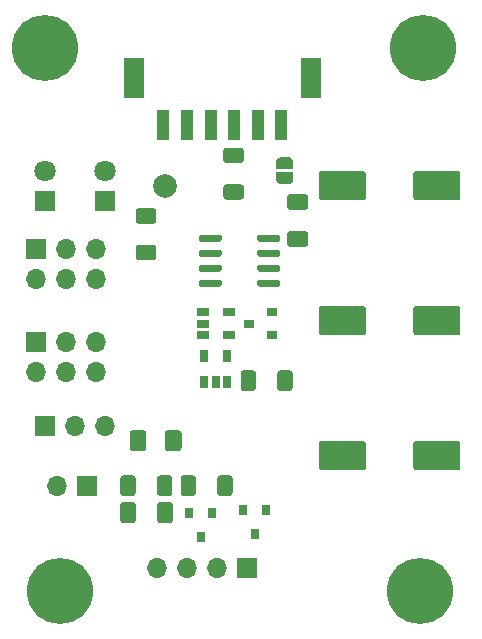
<source format=gbr>
%TF.GenerationSoftware,KiCad,Pcbnew,5.1.10*%
%TF.CreationDate,2021-10-03T11:14:29+02:00*%
%TF.ProjectId,BTS-LogicBoard,4254532d-4c6f-4676-9963-426f6172642e,rev?*%
%TF.SameCoordinates,Original*%
%TF.FileFunction,Soldermask,Top*%
%TF.FilePolarity,Negative*%
%FSLAX46Y46*%
G04 Gerber Fmt 4.6, Leading zero omitted, Abs format (unit mm)*
G04 Created by KiCad (PCBNEW 5.1.10) date 2021-10-03 11:14:29*
%MOMM*%
%LPD*%
G01*
G04 APERTURE LIST*
%ADD10O,1.700000X1.700000*%
%ADD11R,1.700000X1.700000*%
%ADD12R,0.800000X0.900000*%
%ADD13C,5.600000*%
%ADD14C,3.600000*%
%ADD15R,1.060000X0.650000*%
%ADD16R,0.650000X1.060000*%
%ADD17C,2.000000*%
%ADD18R,0.900000X0.800000*%
%ADD19C,0.100000*%
%ADD20R,1.750000X3.450000*%
%ADD21R,1.000000X2.500000*%
%ADD22C,1.800000*%
%ADD23R,1.800000X1.800000*%
G04 APERTURE END LIST*
D10*
%TO.C,SW2*%
X121158000Y-98298000D03*
X121158000Y-95758000D03*
X118618000Y-98298000D03*
X118618000Y-95758000D03*
X116078000Y-98298000D03*
D11*
X116078000Y-95758000D03*
%TD*%
D10*
%TO.C,SW1*%
X121158000Y-90424000D03*
X121158000Y-87884000D03*
X118618000Y-90424000D03*
X118618000Y-87884000D03*
X116078000Y-90424000D03*
D11*
X116078000Y-87884000D03*
%TD*%
D12*
%TO.C,Q6*%
X134620000Y-111998000D03*
X133670000Y-109998000D03*
X135570000Y-109998000D03*
%TD*%
%TO.C,C8*%
G36*
G01*
X148050000Y-83550000D02*
X148050000Y-81550000D01*
G75*
G02*
X148300000Y-81300000I250000J0D01*
G01*
X151800000Y-81300000D01*
G75*
G02*
X152050000Y-81550000I0J-250000D01*
G01*
X152050000Y-83550000D01*
G75*
G02*
X151800000Y-83800000I-250000J0D01*
G01*
X148300000Y-83800000D01*
G75*
G02*
X148050000Y-83550000I0J250000D01*
G01*
G37*
G36*
G01*
X140050000Y-83550000D02*
X140050000Y-81550000D01*
G75*
G02*
X140300000Y-81300000I250000J0D01*
G01*
X143800000Y-81300000D01*
G75*
G02*
X144050000Y-81550000I0J-250000D01*
G01*
X144050000Y-83550000D01*
G75*
G02*
X143800000Y-83800000I-250000J0D01*
G01*
X140300000Y-83800000D01*
G75*
G02*
X140050000Y-83550000I0J250000D01*
G01*
G37*
%TD*%
D13*
%TO.C,H4*%
X148590000Y-116840000D03*
D14*
X148590000Y-116840000D03*
%TD*%
D13*
%TO.C,H3*%
X118110000Y-116840000D03*
D14*
X118110000Y-116840000D03*
%TD*%
D13*
%TO.C,H2*%
X148844000Y-70866000D03*
D14*
X148844000Y-70866000D03*
%TD*%
D13*
%TO.C,H1*%
X116840000Y-70866000D03*
D14*
X116840000Y-70866000D03*
%TD*%
D15*
%TO.C,U3*%
X132418000Y-93284000D03*
X132418000Y-95184000D03*
X130218000Y-95184000D03*
X130218000Y-94234000D03*
X130218000Y-93284000D03*
%TD*%
%TO.C,U2*%
G36*
G01*
X134850000Y-87145000D02*
X134850000Y-86845000D01*
G75*
G02*
X135000000Y-86695000I150000J0D01*
G01*
X136650000Y-86695000D01*
G75*
G02*
X136800000Y-86845000I0J-150000D01*
G01*
X136800000Y-87145000D01*
G75*
G02*
X136650000Y-87295000I-150000J0D01*
G01*
X135000000Y-87295000D01*
G75*
G02*
X134850000Y-87145000I0J150000D01*
G01*
G37*
G36*
G01*
X134850000Y-88415000D02*
X134850000Y-88115000D01*
G75*
G02*
X135000000Y-87965000I150000J0D01*
G01*
X136650000Y-87965000D01*
G75*
G02*
X136800000Y-88115000I0J-150000D01*
G01*
X136800000Y-88415000D01*
G75*
G02*
X136650000Y-88565000I-150000J0D01*
G01*
X135000000Y-88565000D01*
G75*
G02*
X134850000Y-88415000I0J150000D01*
G01*
G37*
G36*
G01*
X134850000Y-89685000D02*
X134850000Y-89385000D01*
G75*
G02*
X135000000Y-89235000I150000J0D01*
G01*
X136650000Y-89235000D01*
G75*
G02*
X136800000Y-89385000I0J-150000D01*
G01*
X136800000Y-89685000D01*
G75*
G02*
X136650000Y-89835000I-150000J0D01*
G01*
X135000000Y-89835000D01*
G75*
G02*
X134850000Y-89685000I0J150000D01*
G01*
G37*
G36*
G01*
X134850000Y-90955000D02*
X134850000Y-90655000D01*
G75*
G02*
X135000000Y-90505000I150000J0D01*
G01*
X136650000Y-90505000D01*
G75*
G02*
X136800000Y-90655000I0J-150000D01*
G01*
X136800000Y-90955000D01*
G75*
G02*
X136650000Y-91105000I-150000J0D01*
G01*
X135000000Y-91105000D01*
G75*
G02*
X134850000Y-90955000I0J150000D01*
G01*
G37*
G36*
G01*
X129900000Y-90955000D02*
X129900000Y-90655000D01*
G75*
G02*
X130050000Y-90505000I150000J0D01*
G01*
X131700000Y-90505000D01*
G75*
G02*
X131850000Y-90655000I0J-150000D01*
G01*
X131850000Y-90955000D01*
G75*
G02*
X131700000Y-91105000I-150000J0D01*
G01*
X130050000Y-91105000D01*
G75*
G02*
X129900000Y-90955000I0J150000D01*
G01*
G37*
G36*
G01*
X129900000Y-89685000D02*
X129900000Y-89385000D01*
G75*
G02*
X130050000Y-89235000I150000J0D01*
G01*
X131700000Y-89235000D01*
G75*
G02*
X131850000Y-89385000I0J-150000D01*
G01*
X131850000Y-89685000D01*
G75*
G02*
X131700000Y-89835000I-150000J0D01*
G01*
X130050000Y-89835000D01*
G75*
G02*
X129900000Y-89685000I0J150000D01*
G01*
G37*
G36*
G01*
X129900000Y-88415000D02*
X129900000Y-88115000D01*
G75*
G02*
X130050000Y-87965000I150000J0D01*
G01*
X131700000Y-87965000D01*
G75*
G02*
X131850000Y-88115000I0J-150000D01*
G01*
X131850000Y-88415000D01*
G75*
G02*
X131700000Y-88565000I-150000J0D01*
G01*
X130050000Y-88565000D01*
G75*
G02*
X129900000Y-88415000I0J150000D01*
G01*
G37*
G36*
G01*
X129900000Y-87145000D02*
X129900000Y-86845000D01*
G75*
G02*
X130050000Y-86695000I150000J0D01*
G01*
X131700000Y-86695000D01*
G75*
G02*
X131850000Y-86845000I0J-150000D01*
G01*
X131850000Y-87145000D01*
G75*
G02*
X131700000Y-87295000I-150000J0D01*
G01*
X130050000Y-87295000D01*
G75*
G02*
X129900000Y-87145000I0J150000D01*
G01*
G37*
%TD*%
D16*
%TO.C,U1*%
X130368000Y-96944000D03*
X132268000Y-96944000D03*
X132268000Y-99144000D03*
X131318000Y-99144000D03*
X130368000Y-99144000D03*
%TD*%
D17*
%TO.C,TP1*%
X127000000Y-82550000D03*
%TD*%
D10*
%TO.C,RV1*%
X121920000Y-102870000D03*
X119380000Y-102870000D03*
D11*
X116840000Y-102870000D03*
%TD*%
%TO.C,R17*%
G36*
G01*
X133467001Y-80634000D02*
X132216999Y-80634000D01*
G75*
G02*
X131967000Y-80384001I0J249999D01*
G01*
X131967000Y-79583999D01*
G75*
G02*
X132216999Y-79334000I249999J0D01*
G01*
X133467001Y-79334000D01*
G75*
G02*
X133717000Y-79583999I0J-249999D01*
G01*
X133717000Y-80384001D01*
G75*
G02*
X133467001Y-80634000I-249999J0D01*
G01*
G37*
G36*
G01*
X133467001Y-83734000D02*
X132216999Y-83734000D01*
G75*
G02*
X131967000Y-83484001I0J249999D01*
G01*
X131967000Y-82683999D01*
G75*
G02*
X132216999Y-82434000I249999J0D01*
G01*
X133467001Y-82434000D01*
G75*
G02*
X133717000Y-82683999I0J-249999D01*
G01*
X133717000Y-83484001D01*
G75*
G02*
X133467001Y-83734000I-249999J0D01*
G01*
G37*
%TD*%
%TO.C,R12*%
G36*
G01*
X134736000Y-98434999D02*
X134736000Y-99685001D01*
G75*
G02*
X134486001Y-99935000I-249999J0D01*
G01*
X133685999Y-99935000D01*
G75*
G02*
X133436000Y-99685001I0J249999D01*
G01*
X133436000Y-98434999D01*
G75*
G02*
X133685999Y-98185000I249999J0D01*
G01*
X134486001Y-98185000D01*
G75*
G02*
X134736000Y-98434999I0J-249999D01*
G01*
G37*
G36*
G01*
X137836000Y-98434999D02*
X137836000Y-99685001D01*
G75*
G02*
X137586001Y-99935000I-249999J0D01*
G01*
X136785999Y-99935000D01*
G75*
G02*
X136536000Y-99685001I0J249999D01*
G01*
X136536000Y-98434999D01*
G75*
G02*
X136785999Y-98185000I249999J0D01*
G01*
X137586001Y-98185000D01*
G75*
G02*
X137836000Y-98434999I0J-249999D01*
G01*
G37*
%TD*%
%TO.C,R4*%
G36*
G01*
X126050201Y-85764800D02*
X124800199Y-85764800D01*
G75*
G02*
X124550200Y-85514801I0J249999D01*
G01*
X124550200Y-84714799D01*
G75*
G02*
X124800199Y-84464800I249999J0D01*
G01*
X126050201Y-84464800D01*
G75*
G02*
X126300200Y-84714799I0J-249999D01*
G01*
X126300200Y-85514801D01*
G75*
G02*
X126050201Y-85764800I-249999J0D01*
G01*
G37*
G36*
G01*
X126050201Y-88864800D02*
X124800199Y-88864800D01*
G75*
G02*
X124550200Y-88614801I0J249999D01*
G01*
X124550200Y-87814799D01*
G75*
G02*
X124800199Y-87564800I249999J0D01*
G01*
X126050201Y-87564800D01*
G75*
G02*
X126300200Y-87814799I0J-249999D01*
G01*
X126300200Y-88614801D01*
G75*
G02*
X126050201Y-88864800I-249999J0D01*
G01*
G37*
%TD*%
%TO.C,R2*%
G36*
G01*
X124550000Y-107324999D02*
X124550000Y-108575001D01*
G75*
G02*
X124300001Y-108825000I-249999J0D01*
G01*
X123499999Y-108825000D01*
G75*
G02*
X123250000Y-108575001I0J249999D01*
G01*
X123250000Y-107324999D01*
G75*
G02*
X123499999Y-107075000I249999J0D01*
G01*
X124300001Y-107075000D01*
G75*
G02*
X124550000Y-107324999I0J-249999D01*
G01*
G37*
G36*
G01*
X127650000Y-107324999D02*
X127650000Y-108575001D01*
G75*
G02*
X127400001Y-108825000I-249999J0D01*
G01*
X126599999Y-108825000D01*
G75*
G02*
X126350000Y-108575001I0J249999D01*
G01*
X126350000Y-107324999D01*
G75*
G02*
X126599999Y-107075000I249999J0D01*
G01*
X127400001Y-107075000D01*
G75*
G02*
X127650000Y-107324999I0J-249999D01*
G01*
G37*
%TD*%
%TO.C,R1*%
G36*
G01*
X129656000Y-107324999D02*
X129656000Y-108575001D01*
G75*
G02*
X129406001Y-108825000I-249999J0D01*
G01*
X128605999Y-108825000D01*
G75*
G02*
X128356000Y-108575001I0J249999D01*
G01*
X128356000Y-107324999D01*
G75*
G02*
X128605999Y-107075000I249999J0D01*
G01*
X129406001Y-107075000D01*
G75*
G02*
X129656000Y-107324999I0J-249999D01*
G01*
G37*
G36*
G01*
X132756000Y-107324999D02*
X132756000Y-108575001D01*
G75*
G02*
X132506001Y-108825000I-249999J0D01*
G01*
X131705999Y-108825000D01*
G75*
G02*
X131456000Y-108575001I0J249999D01*
G01*
X131456000Y-107324999D01*
G75*
G02*
X131705999Y-107075000I249999J0D01*
G01*
X132506001Y-107075000D01*
G75*
G02*
X132756000Y-107324999I0J-249999D01*
G01*
G37*
%TD*%
D18*
%TO.C,Q4*%
X134128000Y-94234000D03*
X136128000Y-93284000D03*
X136128000Y-95184000D03*
%TD*%
D12*
%TO.C,Q2*%
X130048000Y-112252000D03*
X129098000Y-110252000D03*
X130998000Y-110252000D03*
%TD*%
D19*
%TO.C,JP1*%
G36*
X136410602Y-80630000D02*
G01*
X136410602Y-80605466D01*
X136415412Y-80556635D01*
X136424984Y-80508510D01*
X136439228Y-80461555D01*
X136458005Y-80416222D01*
X136481136Y-80372949D01*
X136508396Y-80332150D01*
X136539524Y-80294221D01*
X136574221Y-80259524D01*
X136612150Y-80228396D01*
X136652949Y-80201136D01*
X136696222Y-80178005D01*
X136741555Y-80159228D01*
X136788510Y-80144984D01*
X136836635Y-80135412D01*
X136885466Y-80130602D01*
X136910000Y-80130602D01*
X136910000Y-80130000D01*
X137410000Y-80130000D01*
X137410000Y-80130602D01*
X137434534Y-80130602D01*
X137483365Y-80135412D01*
X137531490Y-80144984D01*
X137578445Y-80159228D01*
X137623778Y-80178005D01*
X137667051Y-80201136D01*
X137707850Y-80228396D01*
X137745779Y-80259524D01*
X137780476Y-80294221D01*
X137811604Y-80332150D01*
X137838864Y-80372949D01*
X137861995Y-80416222D01*
X137880772Y-80461555D01*
X137895016Y-80508510D01*
X137904588Y-80556635D01*
X137909398Y-80605466D01*
X137909398Y-80630000D01*
X137910000Y-80630000D01*
X137910000Y-81130000D01*
X136410000Y-81130000D01*
X136410000Y-80630000D01*
X136410602Y-80630000D01*
G37*
G36*
X137910000Y-81430000D02*
G01*
X137910000Y-81930000D01*
X137909398Y-81930000D01*
X137909398Y-81954534D01*
X137904588Y-82003365D01*
X137895016Y-82051490D01*
X137880772Y-82098445D01*
X137861995Y-82143778D01*
X137838864Y-82187051D01*
X137811604Y-82227850D01*
X137780476Y-82265779D01*
X137745779Y-82300476D01*
X137707850Y-82331604D01*
X137667051Y-82358864D01*
X137623778Y-82381995D01*
X137578445Y-82400772D01*
X137531490Y-82415016D01*
X137483365Y-82424588D01*
X137434534Y-82429398D01*
X137410000Y-82429398D01*
X137410000Y-82430000D01*
X136910000Y-82430000D01*
X136910000Y-82429398D01*
X136885466Y-82429398D01*
X136836635Y-82424588D01*
X136788510Y-82415016D01*
X136741555Y-82400772D01*
X136696222Y-82381995D01*
X136652949Y-82358864D01*
X136612150Y-82331604D01*
X136574221Y-82300476D01*
X136539524Y-82265779D01*
X136508396Y-82227850D01*
X136481136Y-82187051D01*
X136458005Y-82143778D01*
X136439228Y-82098445D01*
X136424984Y-82051490D01*
X136415412Y-82003365D01*
X136410602Y-81954534D01*
X136410602Y-81930000D01*
X136410000Y-81930000D01*
X136410000Y-81430000D01*
X137910000Y-81430000D01*
G37*
%TD*%
D10*
%TO.C,J3*%
X117856000Y-107950000D03*
D11*
X120396000Y-107950000D03*
%TD*%
D10*
%TO.C,J2*%
X126365000Y-114935000D03*
X128905000Y-114935000D03*
X131445000Y-114935000D03*
D11*
X133985000Y-114935000D03*
%TD*%
D20*
%TO.C,J1*%
X124390000Y-73390000D03*
X139390000Y-73390000D03*
D21*
X136890000Y-77390000D03*
X134890000Y-77390000D03*
X132890000Y-77390000D03*
X130890000Y-77390000D03*
X128890000Y-77390000D03*
X126890000Y-77390000D03*
%TD*%
%TO.C,D4*%
G36*
G01*
X127013000Y-104765000D02*
X127013000Y-103515000D01*
G75*
G02*
X127263000Y-103265000I250000J0D01*
G01*
X128188000Y-103265000D01*
G75*
G02*
X128438000Y-103515000I0J-250000D01*
G01*
X128438000Y-104765000D01*
G75*
G02*
X128188000Y-105015000I-250000J0D01*
G01*
X127263000Y-105015000D01*
G75*
G02*
X127013000Y-104765000I0J250000D01*
G01*
G37*
G36*
G01*
X124038000Y-104765000D02*
X124038000Y-103515000D01*
G75*
G02*
X124288000Y-103265000I250000J0D01*
G01*
X125213000Y-103265000D01*
G75*
G02*
X125463000Y-103515000I0J-250000D01*
G01*
X125463000Y-104765000D01*
G75*
G02*
X125213000Y-105015000I-250000J0D01*
G01*
X124288000Y-105015000D01*
G75*
G02*
X124038000Y-104765000I0J250000D01*
G01*
G37*
%TD*%
D22*
%TO.C,D2*%
X116840000Y-81280000D03*
D23*
X116840000Y-83820000D03*
%TD*%
D22*
%TO.C,D1*%
X121920000Y-81280000D03*
D23*
X121920000Y-83820000D03*
%TD*%
%TO.C,C5*%
G36*
G01*
X148050000Y-94980000D02*
X148050000Y-92980000D01*
G75*
G02*
X148300000Y-92730000I250000J0D01*
G01*
X151800000Y-92730000D01*
G75*
G02*
X152050000Y-92980000I0J-250000D01*
G01*
X152050000Y-94980000D01*
G75*
G02*
X151800000Y-95230000I-250000J0D01*
G01*
X148300000Y-95230000D01*
G75*
G02*
X148050000Y-94980000I0J250000D01*
G01*
G37*
G36*
G01*
X140050000Y-94980000D02*
X140050000Y-92980000D01*
G75*
G02*
X140300000Y-92730000I250000J0D01*
G01*
X143800000Y-92730000D01*
G75*
G02*
X144050000Y-92980000I0J-250000D01*
G01*
X144050000Y-94980000D01*
G75*
G02*
X143800000Y-95230000I-250000J0D01*
G01*
X140300000Y-95230000D01*
G75*
G02*
X140050000Y-94980000I0J250000D01*
G01*
G37*
%TD*%
%TO.C,C3*%
G36*
G01*
X126376000Y-110886003D02*
X126376000Y-109585997D01*
G75*
G02*
X126625997Y-109336000I249997J0D01*
G01*
X127451003Y-109336000D01*
G75*
G02*
X127701000Y-109585997I0J-249997D01*
G01*
X127701000Y-110886003D01*
G75*
G02*
X127451003Y-111136000I-249997J0D01*
G01*
X126625997Y-111136000D01*
G75*
G02*
X126376000Y-110886003I0J249997D01*
G01*
G37*
G36*
G01*
X123251000Y-110886003D02*
X123251000Y-109585997D01*
G75*
G02*
X123500997Y-109336000I249997J0D01*
G01*
X124326003Y-109336000D01*
G75*
G02*
X124576000Y-109585997I0J-249997D01*
G01*
X124576000Y-110886003D01*
G75*
G02*
X124326003Y-111136000I-249997J0D01*
G01*
X123500997Y-111136000D01*
G75*
G02*
X123251000Y-110886003I0J249997D01*
G01*
G37*
%TD*%
%TO.C,C2*%
G36*
G01*
X148050000Y-106410000D02*
X148050000Y-104410000D01*
G75*
G02*
X148300000Y-104160000I250000J0D01*
G01*
X151800000Y-104160000D01*
G75*
G02*
X152050000Y-104410000I0J-250000D01*
G01*
X152050000Y-106410000D01*
G75*
G02*
X151800000Y-106660000I-250000J0D01*
G01*
X148300000Y-106660000D01*
G75*
G02*
X148050000Y-106410000I0J250000D01*
G01*
G37*
G36*
G01*
X140050000Y-106410000D02*
X140050000Y-104410000D01*
G75*
G02*
X140300000Y-104160000I250000J0D01*
G01*
X143800000Y-104160000D01*
G75*
G02*
X144050000Y-104410000I0J-250000D01*
G01*
X144050000Y-106410000D01*
G75*
G02*
X143800000Y-106660000I-250000J0D01*
G01*
X140300000Y-106660000D01*
G75*
G02*
X140050000Y-106410000I0J250000D01*
G01*
G37*
%TD*%
%TO.C,C1*%
G36*
G01*
X138927603Y-84596400D02*
X137627597Y-84596400D01*
G75*
G02*
X137377600Y-84346403I0J249997D01*
G01*
X137377600Y-83521397D01*
G75*
G02*
X137627597Y-83271400I249997J0D01*
G01*
X138927603Y-83271400D01*
G75*
G02*
X139177600Y-83521397I0J-249997D01*
G01*
X139177600Y-84346403D01*
G75*
G02*
X138927603Y-84596400I-249997J0D01*
G01*
G37*
G36*
G01*
X138927603Y-87721400D02*
X137627597Y-87721400D01*
G75*
G02*
X137377600Y-87471403I0J249997D01*
G01*
X137377600Y-86646397D01*
G75*
G02*
X137627597Y-86396400I249997J0D01*
G01*
X138927603Y-86396400D01*
G75*
G02*
X139177600Y-86646397I0J-249997D01*
G01*
X139177600Y-87471403D01*
G75*
G02*
X138927603Y-87721400I-249997J0D01*
G01*
G37*
%TD*%
M02*

</source>
